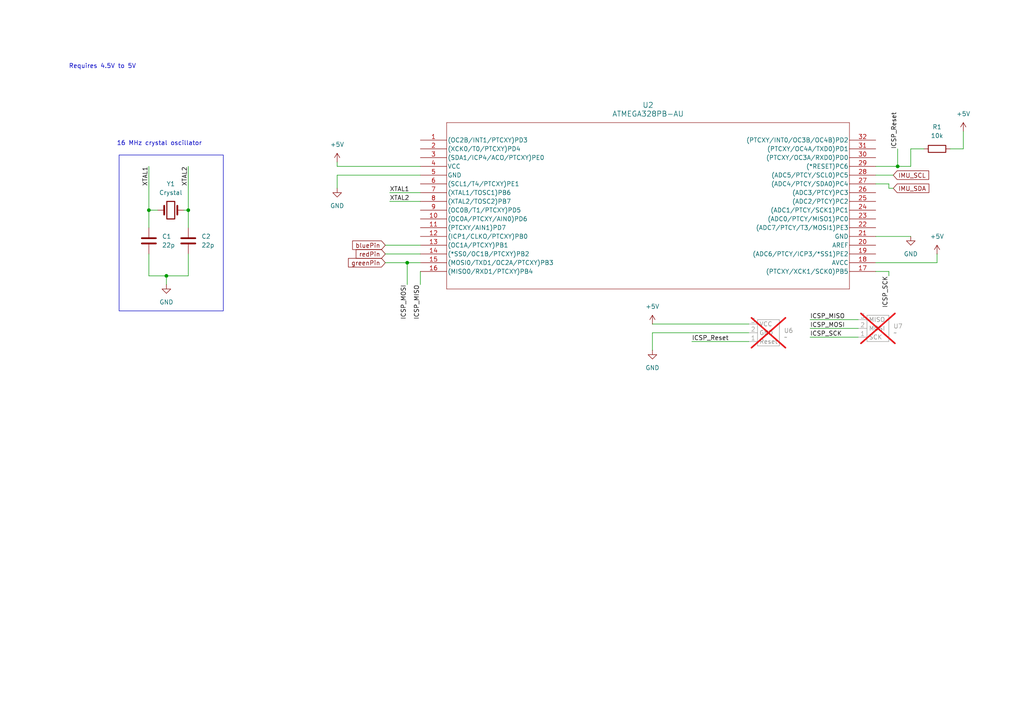
<source format=kicad_sch>
(kicad_sch (version 20231120) (generator "eeschema") (generator_version "8.0")
  (paper "A4")
  (lib_symbols
    (symbol "ATMEGA328PB_AU:ATMEGA328PB-AU" (pin_names (offset 0.254))
      (property "Reference" "U" (at 66.04 10.16 0))
      (property "Value" "ATMEGA328PB-AU" (at 66.04 7.62 0))
      (symbol "ATMEGA328PB-AU_0_1"
        (polyline (pts (xy 7.62 -43.18) (xy 124.46 -43.18)) (stroke (width 0.127)))
        (polyline (pts (xy 7.62 5.08) (xy 7.62 -43.18)) (stroke (width 0.127)))
        (polyline (pts (xy 124.46 -43.18) (xy 124.46 5.08)) (stroke (width 0.127)))
        (polyline (pts (xy 124.46 5.08) (xy 7.62 5.08)) (stroke (width 0.127)))
        (pin bidirectional line (at 0 0 0) (length 7.62) (name "(OC2B/INT1/PTCXY)PD3") (number "1"))
        (pin bidirectional line (at 0 -22.86 0) (length 7.62) (name "(OC0A/PTCXY/AIN0)PD6") (number "10"))
        (pin bidirectional line (at 0 -25.4 0) (length 7.62) (name "(PTCXY/AIN1)PD7") (number "11"))
        (pin bidirectional line (at 0 -27.94 0) (length 7.62) (name "(ICP1/CLKO/PTCXY)PB0") (number "12"))
        (pin bidirectional line (at 0 -30.48 0) (length 7.62) (name "(OC1A/PTCXY)PB1") (number "13"))
        (pin bidirectional line (at 0 -33.02 0) (length 7.62) (name "(*SS0/OC1B/PTCXY)PB2") (number "14"))
        (pin bidirectional line (at 0 -35.56 0) (length 7.62) (name "(MOSI0/TXD1/OC2A/PTCXY)PB3") (number "15"))
        (pin bidirectional line (at 0 -38.1 0) (length 7.62) (name "(MISO0/RXD1/PTCXY)PB4") (number "16"))
        (pin bidirectional line (at 132.08 -38.1 180) (length 7.62) (name "(PTCXY/XCK1/SCK0)PB5") (number "17"))
        (pin power_in line (at 132.08 -35.56 180) (length 7.62) (name "AVCC") (number "18"))
        (pin bidirectional line (at 132.08 -33.02 180) (length 7.62) (name "(ADC6/PTCY/ICP3/*SS1)PE2") (number "19"))
        (pin bidirectional line (at 0 -2.54 0) (length 7.62) (name "(XCK0/T0/PTCXY)PD4") (number "2"))
        (pin bidirectional line (at 132.08 -30.48 180) (length 7.62) (name "AREF") (number "20"))
        (pin power_in line (at 132.08 -27.94 180) (length 7.62) (name "GND") (number "21"))
        (pin bidirectional line (at 132.08 -25.4 180) (length 7.62) (name "(ADC7/PTCY/T3/MOSI1)PE3") (number "22"))
        (pin bidirectional line (at 132.08 -22.86 180) (length 7.62) (name "(ADC0/PTCY/MISO1)PC0") (number "23"))
        (pin bidirectional line (at 132.08 -20.32 180) (length 7.62) (name "(ADC1/PTCY/SCK1)PC1") (number "24"))
        (pin bidirectional line (at 132.08 -17.78 180) (length 7.62) (name "(ADC2/PTCY)PC2") (number "25"))
        (pin bidirectional line (at 132.08 -15.24 180) (length 7.62) (name "(ADC3/PTCY)PC3") (number "26"))
        (pin bidirectional line (at 132.08 -12.7 180) (length 7.62) (name "(ADC4/PTCY/SDA0)PC4") (number "27"))
        (pin bidirectional line (at 132.08 -10.16 180) (length 7.62) (name "(ADC5/PTCY/SCL0)PC5") (number "28"))
        (pin bidirectional line (at 132.08 -7.62 180) (length 7.62) (name "(*RESET)PC6") (number "29"))
        (pin bidirectional line (at 0 -5.08 0) (length 7.62) (name "(SDA1/ICP4/ACO/PTCXY)PE0") (number "3"))
        (pin bidirectional line (at 132.08 -5.08 180) (length 7.62) (name "(PTCXY/OC3A/RXD0)PD0") (number "30"))
        (pin bidirectional line (at 132.08 -2.54 180) (length 7.62) (name "(PTCXY/OC4A/TXD0)PD1") (number "31"))
        (pin bidirectional line (at 132.08 0 180) (length 7.62) (name "(PTCXY/INT0/OC3B/OC4B)PD2") (number "32"))
        (pin power_in line (at 0 -7.62 0) (length 7.62) (name "VCC") (number "4"))
        (pin power_in line (at 0 -10.16 0) (length 7.62) (name "GND") (number "5"))
        (pin bidirectional line (at 0 -12.7 0) (length 7.62) (name "(SCL1/T4/PTCXY)PE1") (number "6"))
        (pin bidirectional line (at 0 -15.24 0) (length 7.62) (name "(XTAL1/TOSC1)PB6") (number "7"))
        (pin bidirectional line (at 0 -17.78 0) (length 7.62) (name "(XTAL2/TOSC2)PB7") (number "8"))
        (pin bidirectional line (at 0 -20.32 0) (length 7.62) (name "(OC0B/T1/PTCXY)PD5") (number "9"))
      )
    )
    (symbol "Device:C" (pin_numbers hide) (pin_names (offset 0.254))
      (property "Reference" "C" (at 0.635 2.54 0))
      (property "Value" "C" (at 0.635 -2.54 0))
      (symbol "C_0_1"
        (polyline (pts (xy -2.032 -0.762) (xy 2.032 -0.762)) (stroke (width 0.508)))
        (polyline (pts (xy -2.032 0.762) (xy 2.032 0.762)) (stroke (width 0.508)))
      )
      (symbol "C_1_1"
        (pin passive line (at 0 3.81 270) (length 2.794) (name "~") (number "1"))
        (pin passive line (at 0 -3.81 90) (length 2.794) (name "~") (number "2"))
      )
    )
    (symbol "Device:Crystal" (pin_numbers hide) (pin_names (offset 1.016) hide)
      (property "Reference" "Y" (at 0 3.81 0))
      (property "Value" "Crystal" (at 0 -3.81 0))
      (symbol "Crystal_0_1"
        (rectangle (start -1.143 2.54) (end 1.143 -2.54) (stroke (width 0.3048)))
        (polyline (pts (xy -2.54 0) (xy -1.905 0)))
        (polyline (pts (xy -1.905 -1.27) (xy -1.905 1.27)) (stroke (width 0.508)))
        (polyline (pts (xy 1.905 -1.27) (xy 1.905 1.27)) (stroke (width 0.508)))
        (polyline (pts (xy 2.54 0) (xy 1.905 0)))
      )
      (symbol "Crystal_1_1"
        (pin passive line (at -3.81 0 0) (length 1.27) (name "1") (number "1"))
        (pin passive line (at 3.81 0 180) (length 1.27) (name "2") (number "2"))
      )
    )
    (symbol "Device:R" (pin_numbers hide) (pin_names (offset 0))
      (property "Reference" "R" (at 2.032 0 90))
      (property "Value" "R" (at 0 0 90))
      (symbol "R_0_1"
        (rectangle (start -1.016 -2.54) (end 1.016 2.54) (stroke (width 0.254)))
      )
      (symbol "R_1_1"
        (pin passive line (at 0 3.81 270) (length 1.27) (name "~") (number "1"))
        (pin passive line (at 0 -3.81 90) (length 1.27) (name "~") (number "2"))
      )
    )
    (symbol "ICSP:ICSP_SPI"
      (property "Reference" "U" (at 0.762 -1.27 0))
      (symbol "ICSP_SPI_0_1"
        (rectangle (start -2.54 7.62) (end 3.81 0))
      )
      (symbol "ICSP_SPI_1_1"
        (pin passive line (at -5.08 1.27 0) (length 2.54) (name "SCK") (number "1"))
        (pin passive line (at -5.08 3.81 0) (length 2.54) (name "MOSI") (number "2"))
        (pin passive line (at -5.08 6.35 0) (length 2.54) (name "MISO") (number "3"))
      )
    )
    (symbol "ICSP:ICSP_power_reset"
      (property "Reference" "U" (at 0.762 -1.27 0))
      (symbol "ICSP_power_reset_0_1"
        (rectangle (start -2.54 7.62) (end 3.81 0))
      )
      (symbol "ICSP_power_reset_1_1"
        (pin passive line (at -5.08 1.27 0) (length 2.54) (name "Reset") (number "1"))
        (pin passive line (at -5.08 3.81 0) (length 2.54) (name "GND") (number "2"))
        (pin passive line (at -5.08 6.35 0) (length 2.54) (name "VCC") (number "3"))
      )
    )
    (symbol "power:+5V" (power) (pin_numbers hide) (pin_names (offset 0) hide)
      (property "Value" "+5V" (at 0 3.556 0))
      (symbol "+5V_0_1"
        (polyline (pts (xy -0.762 1.27) (xy 0 2.54)))
        (polyline (pts (xy 0 0) (xy 0 2.54)))
        (polyline (pts (xy 0 2.54) (xy 0.762 1.27)))
      )
      (symbol "+5V_1_1"
        (pin power_in line (at 0 0 90) (length 0) (name "~") (number "1"))
      )
    )
    (symbol "power:GND" (power) (pin_numbers hide) (pin_names (offset 0) hide)
      (property "Value" "GND" (at 0 -3.81 0))
      (symbol "GND_0_1"
        (polyline (pts (xy 0 0) (xy 0 -1.27) (xy 1.27 -1.27) (xy 0 -2.54) (xy -1.27 -1.27) (xy 0 -1.27)))
      )
      (symbol "GND_1_1"
        (pin power_in line (at 0 0 270) (length 0) (name "~") (number "1"))
      )
    )
  )
  (junction (at 43.18 60.96))
  (junction (at 54.61 60.96))
  (junction (at 118.11 76.2))
  (junction (at 48.26 80.01))
  (junction (at 260.35 48.26))
  (wire (pts (xy 121.92 48.26) (xy 97.79 48.26)))
  (wire (pts (xy 97.79 50.8) (xy 97.79 54.61)))
  (wire (pts (xy 279.4 43.18) (xy 275.59 43.18)))
  (wire (pts (xy 257.81 54.61) (xy 259.08 54.61)))
  (wire (pts (xy 257.81 78.74) (xy 254 78.74)))
  (wire (pts (xy 113.03 58.42) (xy 121.92 58.42)))
  (wire (pts (xy 257.81 80.01) (xy 257.81 78.74)))
  (wire (pts (xy 121.92 50.8) (xy 97.79 50.8)))
  (wire (pts (xy 54.61 80.01) (xy 54.61 73.66)))
  (wire (pts (xy 43.18 73.66) (xy 43.18 80.01)))
  (wire (pts (xy 271.78 73.66) (xy 271.78 76.2)))
  (wire (pts (xy 257.81 54.61) (xy 257.81 53.34)))
  (wire (pts (xy 111.76 76.2) (xy 118.11 76.2)))
  (wire (pts (xy 260.35 48.26) (xy 264.16 48.26)))
  (wire (pts (xy 43.18 48.26) (xy 43.18 60.96)))
  (wire (pts (xy 111.76 71.12) (xy 121.92 71.12)))
  (wire (pts (xy 113.03 55.88) (xy 121.92 55.88)))
  (wire (pts (xy 271.78 76.2) (xy 254 76.2)))
  (wire (pts (xy 53.34 60.96) (xy 54.61 60.96)))
  (wire (pts (xy 54.61 48.26) (xy 54.61 60.96)))
  (wire (pts (xy 121.92 78.74) (xy 121.92 82.55)))
  (wire (pts (xy 257.81 53.34) (xy 254 53.34)))
  (wire (pts (xy 254 68.58) (xy 264.16 68.58)))
  (wire (pts (xy 189.23 93.98) (xy 217.17 93.98)))
  (wire (pts (xy 279.4 38.1) (xy 279.4 43.18)))
  (wire (pts (xy 189.23 96.52) (xy 217.17 96.52)))
  (wire (pts (xy 48.26 80.01) (xy 54.61 80.01)))
  (wire (pts (xy 254 50.8) (xy 259.08 50.8)))
  (wire (pts (xy 118.11 76.2) (xy 121.92 76.2)))
  (wire (pts (xy 43.18 60.96) (xy 43.18 66.04)))
  (wire (pts (xy 118.11 76.2) (xy 118.11 82.55)))
  (wire (pts (xy 48.26 80.01) (xy 48.26 82.55)))
  (wire (pts (xy 254 48.26) (xy 260.35 48.26)))
  (wire (pts (xy 264.16 43.18) (xy 267.97 43.18)))
  (wire (pts (xy 43.18 80.01) (xy 48.26 80.01)))
  (wire (pts (xy 97.79 48.26) (xy 97.79 46.99)))
  (wire (pts (xy 264.16 43.18) (xy 264.16 48.26)))
  (wire (pts (xy 45.72 60.96) (xy 43.18 60.96)))
  (wire (pts (xy 260.35 43.18) (xy 260.35 48.26)))
  (wire (pts (xy 189.23 101.6) (xy 189.23 96.52)))
  (wire (pts (xy 234.95 97.79) (xy 248.92 97.79)))
  (wire (pts (xy 54.61 60.96) (xy 54.61 66.04)))
  (wire (pts (xy 200.66 99.06) (xy 217.17 99.06)))
  (wire (pts (xy 234.95 95.25) (xy 248.92 95.25)))
  (wire (pts (xy 111.76 73.66) (xy 121.92 73.66)))
  (wire (pts (xy 248.92 92.71) (xy 234.95 92.71)))
  (rectangle (start 34.544 44.958) (end 64.77 90.17))
  (text "Requires 4.5V to 5V\n" (at 29.718 19.304 0) (effects (font (size 1.27 1.27))))
  (text "16 MHz crystal oscillator" (at 46.228 41.656 0) (effects (font (size 1.27 1.27))))
  (label "XTAL2" (at 113.03 58.42 0))
  (label "XTAL2" (at 54.61 48.26 270))
  (label "ICSP_SCK" (at 257.81 80.01 270))
  (label "ICSP_MOSI" (at 234.95 95.25 0))
  (label "ICSP_MISO" (at 121.92 82.55 270))
  (label "ICSP_Reset" (at 200.66 99.06 0))
  (label "ICSP_SCK" (at 234.95 97.79 0))
  (label "ICSP_MISO" (at 234.95 92.71 0))
  (label "ICSP_MOSI" (at 118.11 82.55 270))
  (label "XTAL1" (at 113.03 55.88 0))
  (label "ICSP_Reset" (at 260.35 43.18 90))
  (label "XTAL1" (at 43.18 48.26 270))
  (global_label "greenPin" (shape input) (at 111.76 76.2 180) (property "Intersheetrefs" "${INTERSHEET_REFS}" (effects (hide yes))))
  (global_label "redPin" (shape input) (at 111.76 73.66 180) (property "Intersheetrefs" "${INTERSHEET_REFS}" (effects (hide yes))))
  (global_label "IMU_SDA" (shape input) (at 259.08 54.61 0) (property "Intersheetrefs" "${INTERSHEET_REFS}" (effects (hide yes))))
  (global_label "bluePin" (shape input) (at 111.76 71.12 180) (property "Intersheetrefs" "${INTERSHEET_REFS}" (effects (hide yes))))
  (global_label "IMU_SCL" (shape input) (at 259.08 50.8 0) (property "Intersheetrefs" "${INTERSHEET_REFS}" (effects (hide yes))))
  (symbol (lib_id "Device:Crystal") (at 49.53 60.96 0) (unit 1)
    (property "Reference" "Y1" (at 49.53 53.34 0))
    (property "Value" "Crystal" (at 49.53 55.88 0))
    (property "Footprint" "Crystal:Crystal_HC49-4H_Vertical" (effects (hide yes)))
    (property "Description" "Two pin crystal" (effects (hide yes)))
  )
  (symbol (lib_id "ATMEGA328PB_AU:ATMEGA328PB-AU") (at 121.92 40.64 0) (unit 1)
    (property "Reference" "U2" (at 187.96 30.48 0) (effects (font (size 1.524 1.524))))
    (property "Value" "ATMEGA328PB-AU" (at 187.96 33.02 0) (effects (font (size 1.524 1.524))))
    (property "Footprint" "ATMEGA328PB_AU:32A_MCH" (effects (hide yes)))
    (property "Datasheet" "ATMEGA328PB-AU" (effects (hide yes)))
  )
  (symbol (lib_id "power:GND") (at 264.16 68.58 0) (unit 1)
    (property "Reference" "#PWR023" (effects (hide yes)))
    (property "Value" "GND" (at 264.16 73.66 0))
    (property "Description" "Power symbol creates a global label with name \"GND\" , ground" (effects (hide yes)))
  )
  (symbol (lib_id "power:+5V") (at 271.78 73.66 0) (unit 1)
    (property "Reference" "#PWR08" (effects (hide yes)))
    (property "Value" "+5V" (at 271.78 68.58 0))
    (property "Description" "Power symbol creates a global label with name \"+5V\"" (effects (hide yes)))
  )
  (symbol (lib_id "Device:R") (at 271.78 43.18 90) (unit 1)
    (property "Reference" "R1" (at 271.78 36.83 90))
    (property "Value" "10k" (at 271.78 39.37 90))
    (property "Footprint" "Resistor_SMD:R_0402_1005Metric" (effects (hide yes)))
    (property "Description" "Resistor" (effects (hide yes)))
  )
  (symbol (lib_id "power:GND") (at 189.23 101.6 0) (unit 1)
    (property "Reference" "#PWR021" (effects (hide yes)))
    (property "Value" "GND" (at 189.23 106.68 0))
    (property "Description" "Power symbol creates a global label with name \"GND\" , ground" (effects (hide yes)))
  )
  (symbol (lib_id "power:GND") (at 48.26 82.55 0) (unit 1)
    (property "Reference" "#PWR02" (effects (hide yes)))
    (property "Value" "GND" (at 48.26 87.63 0))
    (property "Description" "Power symbol creates a global label with name \"GND\" , ground" (effects (hide yes)))
  )
  (symbol (lib_id "power:+5V") (at 189.23 93.98 0) (unit 1)
    (property "Reference" "#PWR020" (effects (hide yes)))
    (property "Value" "+5V" (at 189.23 88.9 0))
    (property "Description" "Power symbol creates a global label with name \"+5V\"" (effects (hide yes)))
  )
  (symbol (lib_id "ICSP:ICSP_power_reset") (at 222.25 100.33 0) (unit 1) (dnp yes)
    (property "Reference" "U6" (at 227.33 95.8849 0) (effects (justify left)))
    (property "Value" "~" (at 227.33 97.79 0) (effects (justify left)))
    (property "Footprint" "power_reset:power_reset" (effects (hide yes)))
  )
  (symbol (lib_id "ICSP:ICSP_SPI") (at 254 99.06 0) (unit 1) (dnp yes)
    (property "Reference" "U7" (at 259.08 94.6149 0) (effects (justify left)))
    (property "Value" "~" (at 259.08 96.52 0) (effects (justify left)))
    (property "Footprint" "ICSP_partyTorch:ICSP" (effects (hide yes)))
  )
  (symbol (lib_id "Device:C") (at 43.18 69.85 0) (unit 1)
    (property "Reference" "C1" (at 46.99 68.5799 0) (effects (justify left)))
    (property "Value" "22p" (at 46.99 71.1199 0) (effects (justify left)))
    (property "Footprint" "Capacitor_SMD:C_0402_1005Metric" (effects (hide yes)))
    (property "Description" "Unpolarized capacitor" (effects (hide yes)))
  )
  (symbol (lib_id "power:+5V") (at 97.79 46.99 0) (unit 1)
    (property "Reference" "#PWR014" (effects (hide yes)))
    (property "Value" "+5V" (at 97.79 41.91 0))
    (property "Description" "Power symbol creates a global label with name \"+5V\"" (effects (hide yes)))
  )
  (symbol (lib_id "Device:C") (at 54.61 69.85 0) (unit 1)
    (property "Reference" "C2" (at 58.42 68.5799 0) (effects (justify left)))
    (property "Value" "22p" (at 58.42 71.1199 0) (effects (justify left)))
    (property "Footprint" "Capacitor_SMD:C_0402_1005Metric" (effects (hide yes)))
    (property "Description" "Unpolarized capacitor" (effects (hide yes)))
  )
  (symbol (lib_id "power:GND") (at 97.79 54.61 0) (unit 1)
    (property "Reference" "#PWR013" (effects (hide yes)))
    (property "Value" "GND" (at 97.79 59.69 0))
    (property "Description" "Power symbol creates a global label with name \"GND\" , ground" (effects (hide yes)))
  )
  (symbol (lib_id "power:+5V") (at 279.4 38.1 0) (unit 1)
    (property "Reference" "#PWR03" (effects (hide yes)))
    (property "Value" "+5V" (at 279.4 33.02 0))
    (property "Description" "Power symbol creates a global label with name \"+5V\"" (effects (hide yes)))
  )
)
</source>
